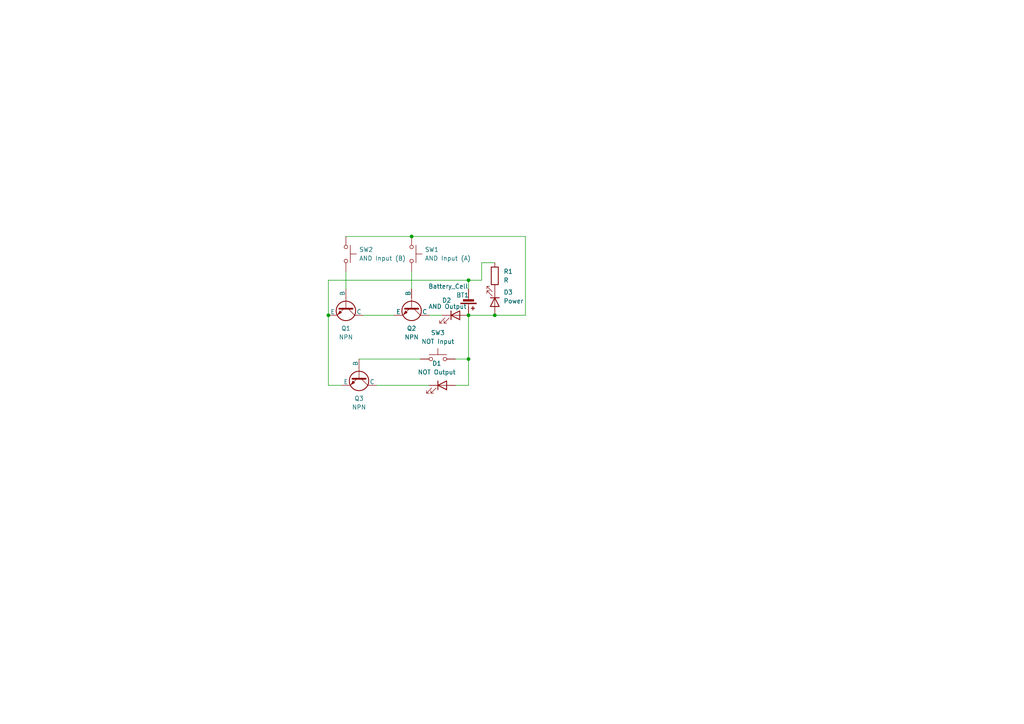
<source format=kicad_sch>
(kicad_sch
	(version 20250114)
	(generator "eeschema")
	(generator_version "9.0")
	(uuid "4c2fb397-67cf-4782-a2b1-8f335d18d8d1")
	(paper "A4")
	(lib_symbols
		(symbol "Device:Battery_Cell"
			(pin_numbers
				(hide yes)
			)
			(pin_names
				(offset 0)
				(hide yes)
			)
			(exclude_from_sim no)
			(in_bom yes)
			(on_board yes)
			(property "Reference" "BT"
				(at 2.54 2.54 0)
				(effects
					(font
						(size 1.27 1.27)
					)
					(justify left)
				)
			)
			(property "Value" "Battery_Cell"
				(at 2.54 0 0)
				(effects
					(font
						(size 1.27 1.27)
					)
					(justify left)
				)
			)
			(property "Footprint" ""
				(at 0 1.524 90)
				(effects
					(font
						(size 1.27 1.27)
					)
					(hide yes)
				)
			)
			(property "Datasheet" "~"
				(at 0 1.524 90)
				(effects
					(font
						(size 1.27 1.27)
					)
					(hide yes)
				)
			)
			(property "Description" "Single-cell battery"
				(at 0 0 0)
				(effects
					(font
						(size 1.27 1.27)
					)
					(hide yes)
				)
			)
			(property "ki_keywords" "battery cell"
				(at 0 0 0)
				(effects
					(font
						(size 1.27 1.27)
					)
					(hide yes)
				)
			)
			(symbol "Battery_Cell_0_1"
				(rectangle
					(start -2.286 1.778)
					(end 2.286 1.524)
					(stroke
						(width 0)
						(type default)
					)
					(fill
						(type outline)
					)
				)
				(rectangle
					(start -1.524 1.016)
					(end 1.524 0.508)
					(stroke
						(width 0)
						(type default)
					)
					(fill
						(type outline)
					)
				)
				(polyline
					(pts
						(xy 0 1.778) (xy 0 2.54)
					)
					(stroke
						(width 0)
						(type default)
					)
					(fill
						(type none)
					)
				)
				(polyline
					(pts
						(xy 0 0.762) (xy 0 0)
					)
					(stroke
						(width 0)
						(type default)
					)
					(fill
						(type none)
					)
				)
				(polyline
					(pts
						(xy 0.762 3.048) (xy 1.778 3.048)
					)
					(stroke
						(width 0.254)
						(type default)
					)
					(fill
						(type none)
					)
				)
				(polyline
					(pts
						(xy 1.27 3.556) (xy 1.27 2.54)
					)
					(stroke
						(width 0.254)
						(type default)
					)
					(fill
						(type none)
					)
				)
			)
			(symbol "Battery_Cell_1_1"
				(pin passive line
					(at 0 5.08 270)
					(length 2.54)
					(name "+"
						(effects
							(font
								(size 1.27 1.27)
							)
						)
					)
					(number "1"
						(effects
							(font
								(size 1.27 1.27)
							)
						)
					)
				)
				(pin passive line
					(at 0 -2.54 90)
					(length 2.54)
					(name "-"
						(effects
							(font
								(size 1.27 1.27)
							)
						)
					)
					(number "2"
						(effects
							(font
								(size 1.27 1.27)
							)
						)
					)
				)
			)
			(embedded_fonts no)
		)
		(symbol "Device:LED"
			(pin_numbers
				(hide yes)
			)
			(pin_names
				(offset 1.016)
				(hide yes)
			)
			(exclude_from_sim no)
			(in_bom yes)
			(on_board yes)
			(property "Reference" "D"
				(at 0 2.54 0)
				(effects
					(font
						(size 1.27 1.27)
					)
				)
			)
			(property "Value" "LED"
				(at 0 -2.54 0)
				(effects
					(font
						(size 1.27 1.27)
					)
				)
			)
			(property "Footprint" ""
				(at 0 0 0)
				(effects
					(font
						(size 1.27 1.27)
					)
					(hide yes)
				)
			)
			(property "Datasheet" "~"
				(at 0 0 0)
				(effects
					(font
						(size 1.27 1.27)
					)
					(hide yes)
				)
			)
			(property "Description" "Light emitting diode"
				(at 0 0 0)
				(effects
					(font
						(size 1.27 1.27)
					)
					(hide yes)
				)
			)
			(property "Sim.Pins" "1=K 2=A"
				(at 0 0 0)
				(effects
					(font
						(size 1.27 1.27)
					)
					(hide yes)
				)
			)
			(property "ki_keywords" "LED diode"
				(at 0 0 0)
				(effects
					(font
						(size 1.27 1.27)
					)
					(hide yes)
				)
			)
			(property "ki_fp_filters" "LED* LED_SMD:* LED_THT:*"
				(at 0 0 0)
				(effects
					(font
						(size 1.27 1.27)
					)
					(hide yes)
				)
			)
			(symbol "LED_0_1"
				(polyline
					(pts
						(xy -3.048 -0.762) (xy -4.572 -2.286) (xy -3.81 -2.286) (xy -4.572 -2.286) (xy -4.572 -1.524)
					)
					(stroke
						(width 0)
						(type default)
					)
					(fill
						(type none)
					)
				)
				(polyline
					(pts
						(xy -1.778 -0.762) (xy -3.302 -2.286) (xy -2.54 -2.286) (xy -3.302 -2.286) (xy -3.302 -1.524)
					)
					(stroke
						(width 0)
						(type default)
					)
					(fill
						(type none)
					)
				)
				(polyline
					(pts
						(xy -1.27 0) (xy 1.27 0)
					)
					(stroke
						(width 0)
						(type default)
					)
					(fill
						(type none)
					)
				)
				(polyline
					(pts
						(xy -1.27 -1.27) (xy -1.27 1.27)
					)
					(stroke
						(width 0.254)
						(type default)
					)
					(fill
						(type none)
					)
				)
				(polyline
					(pts
						(xy 1.27 -1.27) (xy 1.27 1.27) (xy -1.27 0) (xy 1.27 -1.27)
					)
					(stroke
						(width 0.254)
						(type default)
					)
					(fill
						(type none)
					)
				)
			)
			(symbol "LED_1_1"
				(pin passive line
					(at -3.81 0 0)
					(length 2.54)
					(name "K"
						(effects
							(font
								(size 1.27 1.27)
							)
						)
					)
					(number "1"
						(effects
							(font
								(size 1.27 1.27)
							)
						)
					)
				)
				(pin passive line
					(at 3.81 0 180)
					(length 2.54)
					(name "A"
						(effects
							(font
								(size 1.27 1.27)
							)
						)
					)
					(number "2"
						(effects
							(font
								(size 1.27 1.27)
							)
						)
					)
				)
			)
			(embedded_fonts no)
		)
		(symbol "Device:R"
			(pin_numbers
				(hide yes)
			)
			(pin_names
				(offset 0)
			)
			(exclude_from_sim no)
			(in_bom yes)
			(on_board yes)
			(property "Reference" "R"
				(at 2.032 0 90)
				(effects
					(font
						(size 1.27 1.27)
					)
				)
			)
			(property "Value" "R"
				(at 0 0 90)
				(effects
					(font
						(size 1.27 1.27)
					)
				)
			)
			(property "Footprint" ""
				(at -1.778 0 90)
				(effects
					(font
						(size 1.27 1.27)
					)
					(hide yes)
				)
			)
			(property "Datasheet" "~"
				(at 0 0 0)
				(effects
					(font
						(size 1.27 1.27)
					)
					(hide yes)
				)
			)
			(property "Description" "Resistor"
				(at 0 0 0)
				(effects
					(font
						(size 1.27 1.27)
					)
					(hide yes)
				)
			)
			(property "ki_keywords" "R res resistor"
				(at 0 0 0)
				(effects
					(font
						(size 1.27 1.27)
					)
					(hide yes)
				)
			)
			(property "ki_fp_filters" "R_*"
				(at 0 0 0)
				(effects
					(font
						(size 1.27 1.27)
					)
					(hide yes)
				)
			)
			(symbol "R_0_1"
				(rectangle
					(start -1.016 -2.54)
					(end 1.016 2.54)
					(stroke
						(width 0.254)
						(type default)
					)
					(fill
						(type none)
					)
				)
			)
			(symbol "R_1_1"
				(pin passive line
					(at 0 3.81 270)
					(length 1.27)
					(name "~"
						(effects
							(font
								(size 1.27 1.27)
							)
						)
					)
					(number "1"
						(effects
							(font
								(size 1.27 1.27)
							)
						)
					)
				)
				(pin passive line
					(at 0 -3.81 90)
					(length 1.27)
					(name "~"
						(effects
							(font
								(size 1.27 1.27)
							)
						)
					)
					(number "2"
						(effects
							(font
								(size 1.27 1.27)
							)
						)
					)
				)
			)
			(embedded_fonts no)
		)
		(symbol "Simulation_SPICE:NPN"
			(pin_numbers
				(hide yes)
			)
			(pin_names
				(offset 0)
			)
			(exclude_from_sim no)
			(in_bom yes)
			(on_board yes)
			(property "Reference" "Q"
				(at -2.54 7.62 0)
				(effects
					(font
						(size 1.27 1.27)
					)
				)
			)
			(property "Value" "NPN"
				(at -2.54 5.08 0)
				(effects
					(font
						(size 1.27 1.27)
					)
				)
			)
			(property "Footprint" ""
				(at 63.5 0 0)
				(effects
					(font
						(size 1.27 1.27)
					)
					(hide yes)
				)
			)
			(property "Datasheet" "https://ngspice.sourceforge.io/docs/ngspice-html-manual/manual.xhtml#cha_BJTs"
				(at 63.5 0 0)
				(effects
					(font
						(size 1.27 1.27)
					)
					(hide yes)
				)
			)
			(property "Description" "Bipolar transistor symbol for simulation only, substrate tied to the emitter"
				(at 0 0 0)
				(effects
					(font
						(size 1.27 1.27)
					)
					(hide yes)
				)
			)
			(property "Sim.Device" "NPN"
				(at 0 0 0)
				(effects
					(font
						(size 1.27 1.27)
					)
					(hide yes)
				)
			)
			(property "Sim.Type" "GUMMELPOON"
				(at 0 0 0)
				(effects
					(font
						(size 1.27 1.27)
					)
					(hide yes)
				)
			)
			(property "Sim.Pins" "1=C 2=B 3=E"
				(at 0 0 0)
				(effects
					(font
						(size 1.27 1.27)
					)
					(hide yes)
				)
			)
			(property "ki_keywords" "simulation"
				(at 0 0 0)
				(effects
					(font
						(size 1.27 1.27)
					)
					(hide yes)
				)
			)
			(symbol "NPN_0_1"
				(polyline
					(pts
						(xy -2.54 0) (xy 0.635 0)
					)
					(stroke
						(width 0.1524)
						(type default)
					)
					(fill
						(type none)
					)
				)
				(polyline
					(pts
						(xy 0.635 1.905) (xy 0.635 -1.905) (xy 0.635 -1.905)
					)
					(stroke
						(width 0.508)
						(type default)
					)
					(fill
						(type none)
					)
				)
				(polyline
					(pts
						(xy 0.635 0.635) (xy 2.54 2.54)
					)
					(stroke
						(width 0)
						(type default)
					)
					(fill
						(type none)
					)
				)
				(polyline
					(pts
						(xy 0.635 -0.635) (xy 2.54 -2.54) (xy 2.54 -2.54)
					)
					(stroke
						(width 0)
						(type default)
					)
					(fill
						(type none)
					)
				)
				(circle
					(center 1.27 0)
					(radius 2.8194)
					(stroke
						(width 0.254)
						(type default)
					)
					(fill
						(type none)
					)
				)
				(polyline
					(pts
						(xy 1.27 -1.778) (xy 1.778 -1.27) (xy 2.286 -2.286) (xy 1.27 -1.778) (xy 1.27 -1.778)
					)
					(stroke
						(width 0)
						(type default)
					)
					(fill
						(type outline)
					)
				)
				(polyline
					(pts
						(xy 2.794 -1.27) (xy 2.794 -1.27)
					)
					(stroke
						(width 0.1524)
						(type default)
					)
					(fill
						(type none)
					)
				)
				(polyline
					(pts
						(xy 2.794 -1.27) (xy 2.794 -1.27)
					)
					(stroke
						(width 0.1524)
						(type default)
					)
					(fill
						(type none)
					)
				)
			)
			(symbol "NPN_1_1"
				(pin input line
					(at -5.08 0 0)
					(length 2.54)
					(name "B"
						(effects
							(font
								(size 1.27 1.27)
							)
						)
					)
					(number "2"
						(effects
							(font
								(size 1.27 1.27)
							)
						)
					)
				)
				(pin open_collector line
					(at 2.54 5.08 270)
					(length 2.54)
					(name "C"
						(effects
							(font
								(size 1.27 1.27)
							)
						)
					)
					(number "1"
						(effects
							(font
								(size 1.27 1.27)
							)
						)
					)
				)
				(pin open_emitter line
					(at 2.54 -5.08 90)
					(length 2.54)
					(name "E"
						(effects
							(font
								(size 1.27 1.27)
							)
						)
					)
					(number "3"
						(effects
							(font
								(size 1.27 1.27)
							)
						)
					)
				)
			)
			(embedded_fonts no)
		)
		(symbol "Switch:SW_Push"
			(pin_numbers
				(hide yes)
			)
			(pin_names
				(offset 1.016)
				(hide yes)
			)
			(exclude_from_sim no)
			(in_bom yes)
			(on_board yes)
			(property "Reference" "SW"
				(at 1.27 2.54 0)
				(effects
					(font
						(size 1.27 1.27)
					)
					(justify left)
				)
			)
			(property "Value" "SW_Push"
				(at 0 -1.524 0)
				(effects
					(font
						(size 1.27 1.27)
					)
				)
			)
			(property "Footprint" ""
				(at 0 5.08 0)
				(effects
					(font
						(size 1.27 1.27)
					)
					(hide yes)
				)
			)
			(property "Datasheet" "~"
				(at 0 5.08 0)
				(effects
					(font
						(size 1.27 1.27)
					)
					(hide yes)
				)
			)
			(property "Description" "Push button switch, generic, two pins"
				(at 0 0 0)
				(effects
					(font
						(size 1.27 1.27)
					)
					(hide yes)
				)
			)
			(property "ki_keywords" "switch normally-open pushbutton push-button"
				(at 0 0 0)
				(effects
					(font
						(size 1.27 1.27)
					)
					(hide yes)
				)
			)
			(symbol "SW_Push_0_1"
				(circle
					(center -2.032 0)
					(radius 0.508)
					(stroke
						(width 0)
						(type default)
					)
					(fill
						(type none)
					)
				)
				(polyline
					(pts
						(xy 0 1.27) (xy 0 3.048)
					)
					(stroke
						(width 0)
						(type default)
					)
					(fill
						(type none)
					)
				)
				(circle
					(center 2.032 0)
					(radius 0.508)
					(stroke
						(width 0)
						(type default)
					)
					(fill
						(type none)
					)
				)
				(polyline
					(pts
						(xy 2.54 1.27) (xy -2.54 1.27)
					)
					(stroke
						(width 0)
						(type default)
					)
					(fill
						(type none)
					)
				)
				(pin passive line
					(at -5.08 0 0)
					(length 2.54)
					(name "1"
						(effects
							(font
								(size 1.27 1.27)
							)
						)
					)
					(number "1"
						(effects
							(font
								(size 1.27 1.27)
							)
						)
					)
				)
				(pin passive line
					(at 5.08 0 180)
					(length 2.54)
					(name "2"
						(effects
							(font
								(size 1.27 1.27)
							)
						)
					)
					(number "2"
						(effects
							(font
								(size 1.27 1.27)
							)
						)
					)
				)
			)
			(embedded_fonts no)
		)
	)
	(junction
		(at 143.51 91.44)
		(diameter 0)
		(color 0 0 0 0)
		(uuid "57b7c7bc-6575-4ce3-99ad-f90d77082042")
	)
	(junction
		(at 135.89 104.14)
		(diameter 0)
		(color 0 0 0 0)
		(uuid "8298d9de-f250-49d2-a366-1779e4823f5e")
	)
	(junction
		(at 119.38 68.58)
		(diameter 0)
		(color 0 0 0 0)
		(uuid "9f02290a-6149-4bc3-a402-b5cc86f2be9b")
	)
	(junction
		(at 135.89 91.44)
		(diameter 0)
		(color 0 0 0 0)
		(uuid "b1e91b64-7d38-4d9e-80f3-22437a6777ec")
	)
	(junction
		(at 135.89 81.28)
		(diameter 0)
		(color 0 0 0 0)
		(uuid "dac015fd-5b7b-4fd9-ac22-48ff94172ed2")
	)
	(junction
		(at 95.25 91.44)
		(diameter 0)
		(color 0 0 0 0)
		(uuid "f8cb5bef-91d2-43af-b37d-ae474cca3b6a")
	)
	(wire
		(pts
			(xy 135.89 83.82) (xy 135.89 81.28)
		)
		(stroke
			(width 0)
			(type default)
		)
		(uuid "0a815e11-18d1-4d93-afec-f6b6d47040d1")
	)
	(wire
		(pts
			(xy 100.33 68.58) (xy 119.38 68.58)
		)
		(stroke
			(width 0)
			(type default)
		)
		(uuid "1a27738b-2efa-4a1d-a6ba-7ec8bbede707")
	)
	(wire
		(pts
			(xy 135.89 104.14) (xy 132.08 104.14)
		)
		(stroke
			(width 0)
			(type default)
		)
		(uuid "1c51cca2-77b1-4c61-9fda-cd096ffe71a8")
	)
	(wire
		(pts
			(xy 95.25 91.44) (xy 95.25 111.76)
		)
		(stroke
			(width 0)
			(type default)
		)
		(uuid "22bb0b40-4534-4faa-b1f7-2706661ea916")
	)
	(wire
		(pts
			(xy 95.25 81.28) (xy 95.25 91.44)
		)
		(stroke
			(width 0)
			(type default)
		)
		(uuid "2b67c059-a62c-4488-9b1c-e1db65dd1e6c")
	)
	(wire
		(pts
			(xy 152.4 68.58) (xy 152.4 91.44)
		)
		(stroke
			(width 0)
			(type default)
		)
		(uuid "3f9a0f8e-8eb5-45e1-9fdd-21198299f981")
	)
	(wire
		(pts
			(xy 100.33 78.74) (xy 100.33 83.82)
		)
		(stroke
			(width 0)
			(type default)
		)
		(uuid "450a2dcf-d932-4870-8d50-e5e18c6f0840")
	)
	(wire
		(pts
			(xy 119.38 68.58) (xy 152.4 68.58)
		)
		(stroke
			(width 0)
			(type default)
		)
		(uuid "55f472ee-761d-436a-a917-13c8db9b09f6")
	)
	(wire
		(pts
			(xy 124.46 91.44) (xy 128.27 91.44)
		)
		(stroke
			(width 0)
			(type default)
		)
		(uuid "76ed4fba-6335-4a92-8d1f-7ea42fb23c15")
	)
	(wire
		(pts
			(xy 105.41 91.44) (xy 114.3 91.44)
		)
		(stroke
			(width 0)
			(type default)
		)
		(uuid "79a94776-0712-4eb6-99c9-30d79e54f689")
	)
	(wire
		(pts
			(xy 135.89 91.44) (xy 143.51 91.44)
		)
		(stroke
			(width 0)
			(type default)
		)
		(uuid "7c4c02d7-272d-4ba6-a2e3-2c534171898d")
	)
	(wire
		(pts
			(xy 135.89 104.14) (xy 135.89 111.76)
		)
		(stroke
			(width 0)
			(type default)
		)
		(uuid "85a32399-166c-40e5-9574-8c8780d65116")
	)
	(wire
		(pts
			(xy 139.7 76.2) (xy 143.51 76.2)
		)
		(stroke
			(width 0)
			(type default)
		)
		(uuid "8ffe8c4f-eff8-44eb-a3b6-a87d368cd0ff")
	)
	(wire
		(pts
			(xy 135.89 111.76) (xy 132.08 111.76)
		)
		(stroke
			(width 0)
			(type default)
		)
		(uuid "94283563-970d-4b74-817b-20b0adb1b882")
	)
	(wire
		(pts
			(xy 104.14 104.14) (xy 121.92 104.14)
		)
		(stroke
			(width 0)
			(type default)
		)
		(uuid "96f3cdf1-8dfc-4040-b25a-eb17ac3889fd")
	)
	(wire
		(pts
			(xy 143.51 91.44) (xy 152.4 91.44)
		)
		(stroke
			(width 0)
			(type default)
		)
		(uuid "9c410ba2-7f5a-4098-909d-6b7890eff03b")
	)
	(wire
		(pts
			(xy 135.89 81.28) (xy 95.25 81.28)
		)
		(stroke
			(width 0)
			(type default)
		)
		(uuid "a476d20f-2d6d-429d-acdf-7aa54f5ed1c3")
	)
	(wire
		(pts
			(xy 119.38 78.74) (xy 119.38 83.82)
		)
		(stroke
			(width 0)
			(type default)
		)
		(uuid "a574c77d-aa52-45e4-a70e-a7db7166507b")
	)
	(wire
		(pts
			(xy 139.7 81.28) (xy 139.7 76.2)
		)
		(stroke
			(width 0)
			(type default)
		)
		(uuid "c948a45a-8a3f-4c84-8b85-3acedac39b94")
	)
	(wire
		(pts
			(xy 99.06 111.76) (xy 95.25 111.76)
		)
		(stroke
			(width 0)
			(type default)
		)
		(uuid "cbc55998-2940-41b2-a42e-5c2583f2fdca")
	)
	(wire
		(pts
			(xy 135.89 91.44) (xy 135.89 104.14)
		)
		(stroke
			(width 0)
			(type default)
		)
		(uuid "e74ced91-1353-483b-bc10-f1fb5822e9a8")
	)
	(wire
		(pts
			(xy 109.22 111.76) (xy 124.46 111.76)
		)
		(stroke
			(width 0)
			(type default)
		)
		(uuid "eb9531d1-097e-4339-b173-e2cd844fe5e4")
	)
	(wire
		(pts
			(xy 135.89 81.28) (xy 139.7 81.28)
		)
		(stroke
			(width 0)
			(type default)
		)
		(uuid "fbb27609-214b-418e-829e-89aa1e0d622b")
	)
	(symbol
		(lib_id "Device:LED")
		(at 128.27 111.76 0)
		(unit 1)
		(exclude_from_sim no)
		(in_bom yes)
		(on_board yes)
		(dnp no)
		(fields_autoplaced yes)
		(uuid "05f7b21c-f63f-427d-8aed-02bbe9f41605")
		(property "Reference" "D1"
			(at 126.6825 105.41 0)
			(effects
				(font
					(size 1.27 1.27)
				)
			)
		)
		(property "Value" "NOT Output"
			(at 126.6825 107.95 0)
			(effects
				(font
					(size 1.27 1.27)
				)
			)
		)
		(property "Footprint" "LED_THT:LED_D5.0mm"
			(at 128.27 111.76 0)
			(effects
				(font
					(size 1.27 1.27)
				)
				(hide yes)
			)
		)
		(property "Datasheet" "~"
			(at 128.27 111.76 0)
			(effects
				(font
					(size 1.27 1.27)
				)
				(hide yes)
			)
		)
		(property "Description" "Light emitting diode"
			(at 128.27 111.76 0)
			(effects
				(font
					(size 1.27 1.27)
				)
				(hide yes)
			)
		)
		(property "Sim.Pins" "1=K 2=A"
			(at 128.27 111.76 0)
			(effects
				(font
					(size 1.27 1.27)
				)
				(hide yes)
			)
		)
		(pin "1"
			(uuid "ebd90df8-1a2c-447f-a575-9f47efdd547a")
		)
		(pin "2"
			(uuid "0bcf3d20-abf4-493d-8c40-f165a321b9d3")
		)
		(instances
			(project ""
				(path "/4c2fb397-67cf-4782-a2b1-8f335d18d8d1"
					(reference "D1")
					(unit 1)
				)
			)
		)
	)
	(symbol
		(lib_id "Simulation_SPICE:NPN")
		(at 100.33 88.9 270)
		(unit 1)
		(exclude_from_sim no)
		(in_bom yes)
		(on_board yes)
		(dnp no)
		(fields_autoplaced yes)
		(uuid "240827d1-bce2-471f-be1d-6a2afe725591")
		(property "Reference" "Q1"
			(at 100.33 95.25 90)
			(effects
				(font
					(size 1.27 1.27)
				)
			)
		)
		(property "Value" "NPN"
			(at 100.33 97.79 90)
			(effects
				(font
					(size 1.27 1.27)
				)
			)
		)
		(property "Footprint" "Package_TO_SOT_THT:TO-92L_HandSolder"
			(at 100.33 152.4 0)
			(effects
				(font
					(size 1.27 1.27)
				)
				(hide yes)
			)
		)
		(property "Datasheet" "https://ngspice.sourceforge.io/docs/ngspice-html-manual/manual.xhtml#cha_BJTs"
			(at 100.33 152.4 0)
			(effects
				(font
					(size 1.27 1.27)
				)
				(hide yes)
			)
		)
		(property "Description" "Bipolar transistor symbol for simulation only, substrate tied to the emitter"
			(at 100.33 88.9 0)
			(effects
				(font
					(size 1.27 1.27)
				)
				(hide yes)
			)
		)
		(property "Sim.Device" "NPN"
			(at 100.33 88.9 0)
			(effects
				(font
					(size 1.27 1.27)
				)
				(hide yes)
			)
		)
		(property "Sim.Type" "GUMMELPOON"
			(at 100.33 88.9 0)
			(effects
				(font
					(size 1.27 1.27)
				)
				(hide yes)
			)
		)
		(property "Sim.Pins" "1=C 2=B 3=E"
			(at 100.33 88.9 0)
			(effects
				(font
					(size 1.27 1.27)
				)
				(hide yes)
			)
		)
		(pin "2"
			(uuid "90a22376-b69f-46c2-93a8-f583fea5ecb3")
		)
		(pin "3"
			(uuid "7f39990d-fa56-4f8f-a585-4c254b6b3abc")
		)
		(pin "1"
			(uuid "f4384bb9-1a2b-4b46-b082-5db51b07a9c2")
		)
		(instances
			(project ""
				(path "/4c2fb397-67cf-4782-a2b1-8f335d18d8d1"
					(reference "Q1")
					(unit 1)
				)
			)
		)
	)
	(symbol
		(lib_id "Switch:SW_Push")
		(at 119.38 73.66 270)
		(unit 1)
		(exclude_from_sim no)
		(in_bom yes)
		(on_board yes)
		(dnp no)
		(fields_autoplaced yes)
		(uuid "28c9f21c-60d5-47af-a176-819b1b7013ea")
		(property "Reference" "SW1"
			(at 123.19 72.3899 90)
			(effects
				(font
					(size 1.27 1.27)
				)
				(justify left)
			)
		)
		(property "Value" "AND Input (A)"
			(at 123.19 74.9299 90)
			(effects
				(font
					(size 1.27 1.27)
				)
				(justify left)
			)
		)
		(property "Footprint" "Button_Switch_THT:SW_PUSH_6mm"
			(at 124.46 73.66 0)
			(effects
				(font
					(size 1.27 1.27)
				)
				(hide yes)
			)
		)
		(property "Datasheet" "~"
			(at 124.46 73.66 0)
			(effects
				(font
					(size 1.27 1.27)
				)
				(hide yes)
			)
		)
		(property "Description" "Push button switch, generic, two pins"
			(at 119.38 73.66 0)
			(effects
				(font
					(size 1.27 1.27)
				)
				(hide yes)
			)
		)
		(pin "2"
			(uuid "7db0ea09-1fdc-404f-ad32-35634b6ac4b6")
		)
		(pin "1"
			(uuid "87455c5e-dd62-4c8a-bb28-3a59ba6e51cd")
		)
		(instances
			(project ""
				(path "/4c2fb397-67cf-4782-a2b1-8f335d18d8d1"
					(reference "SW1")
					(unit 1)
				)
			)
		)
	)
	(symbol
		(lib_id "Switch:SW_Push")
		(at 100.33 73.66 270)
		(unit 1)
		(exclude_from_sim no)
		(in_bom yes)
		(on_board yes)
		(dnp no)
		(fields_autoplaced yes)
		(uuid "2b320471-03c3-4800-970e-c4165099cb3b")
		(property "Reference" "SW2"
			(at 104.14 72.3899 90)
			(effects
				(font
					(size 1.27 1.27)
				)
				(justify left)
			)
		)
		(property "Value" "AND Input (B)"
			(at 104.14 74.9299 90)
			(effects
				(font
					(size 1.27 1.27)
				)
				(justify left)
			)
		)
		(property "Footprint" "Button_Switch_THT:SW_PUSH_6mm"
			(at 105.41 73.66 0)
			(effects
				(font
					(size 1.27 1.27)
				)
				(hide yes)
			)
		)
		(property "Datasheet" "~"
			(at 105.41 73.66 0)
			(effects
				(font
					(size 1.27 1.27)
				)
				(hide yes)
			)
		)
		(property "Description" "Push button switch, generic, two pins"
			(at 100.33 73.66 0)
			(effects
				(font
					(size 1.27 1.27)
				)
				(hide yes)
			)
		)
		(pin "2"
			(uuid "5fb891d8-aec8-4a41-82cb-009ce41091f1")
		)
		(pin "1"
			(uuid "0d8d9162-9e6b-4fdc-a03a-258ac34d1c49")
		)
		(instances
			(project ""
				(path "/4c2fb397-67cf-4782-a2b1-8f335d18d8d1"
					(reference "SW2")
					(unit 1)
				)
			)
		)
	)
	(symbol
		(lib_id "Device:LED")
		(at 143.51 87.63 270)
		(unit 1)
		(exclude_from_sim no)
		(in_bom yes)
		(on_board yes)
		(dnp no)
		(fields_autoplaced yes)
		(uuid "3fb6e5b8-fb4f-44c6-b38a-1f4d8328ec9e")
		(property "Reference" "D3"
			(at 146.05 84.7724 90)
			(effects
				(font
					(size 1.27 1.27)
				)
				(justify left)
			)
		)
		(property "Value" "Power"
			(at 146.05 87.3124 90)
			(effects
				(font
					(size 1.27 1.27)
				)
				(justify left)
			)
		)
		(property "Footprint" "LED_THT:LED_D5.0mm"
			(at 143.51 87.63 0)
			(effects
				(font
					(size 1.27 1.27)
				)
				(hide yes)
			)
		)
		(property "Datasheet" "~"
			(at 143.51 87.63 0)
			(effects
				(font
					(size 1.27 1.27)
				)
				(hide yes)
			)
		)
		(property "Description" "Light emitting diode"
			(at 143.51 87.63 0)
			(effects
				(font
					(size 1.27 1.27)
				)
				(hide yes)
			)
		)
		(property "Sim.Pins" "1=K 2=A"
			(at 143.51 87.63 0)
			(effects
				(font
					(size 1.27 1.27)
				)
				(hide yes)
			)
		)
		(pin "1"
			(uuid "1a787e81-6dba-403b-a1fd-4f609c98da47")
		)
		(pin "2"
			(uuid "390882e1-000b-496a-b0ca-e7640dbe0f42")
		)
		(instances
			(project ""
				(path "/4c2fb397-67cf-4782-a2b1-8f335d18d8d1"
					(reference "D3")
					(unit 1)
				)
			)
		)
	)
	(symbol
		(lib_id "Device:LED")
		(at 132.08 91.44 0)
		(unit 1)
		(exclude_from_sim no)
		(in_bom yes)
		(on_board yes)
		(dnp no)
		(uuid "52c449f1-0bd3-4f24-bd22-d3fd86bf0c93")
		(property "Reference" "D2"
			(at 129.54 87.122 0)
			(effects
				(font
					(size 1.27 1.27)
				)
			)
		)
		(property "Value" "AND Output"
			(at 129.794 88.9 0)
			(effects
				(font
					(size 1.27 1.27)
				)
			)
		)
		(property "Footprint" "LED_THT:LED_D5.0mm"
			(at 132.08 91.44 0)
			(effects
				(font
					(size 1.27 1.27)
				)
				(hide yes)
			)
		)
		(property "Datasheet" "~"
			(at 132.08 91.44 0)
			(effects
				(font
					(size 1.27 1.27)
				)
				(hide yes)
			)
		)
		(property "Description" "Light emitting diode"
			(at 132.08 91.44 0)
			(effects
				(font
					(size 1.27 1.27)
				)
				(hide yes)
			)
		)
		(property "Sim.Pins" "1=K 2=A"
			(at 132.08 91.44 0)
			(effects
				(font
					(size 1.27 1.27)
				)
				(hide yes)
			)
		)
		(pin "2"
			(uuid "b5742d90-6807-40fb-8b3c-691ed825ae94")
		)
		(pin "1"
			(uuid "81222e88-c10d-4ace-9fda-e1917b216f70")
		)
		(instances
			(project ""
				(path "/4c2fb397-67cf-4782-a2b1-8f335d18d8d1"
					(reference "D2")
					(unit 1)
				)
			)
		)
	)
	(symbol
		(lib_id "Device:Battery_Cell")
		(at 135.89 86.36 0)
		(mirror x)
		(unit 1)
		(exclude_from_sim no)
		(in_bom yes)
		(on_board yes)
		(dnp no)
		(uuid "679b4ed0-c135-4c16-8f1b-1b1ec36ccbca")
		(property "Reference" "BT1"
			(at 132.334 85.598 0)
			(effects
				(font
					(size 1.27 1.27)
				)
				(justify left)
			)
		)
		(property "Value" "Battery_Cell"
			(at 124.206 83.058 0)
			(effects
				(font
					(size 1.27 1.27)
				)
				(justify left)
			)
		)
		(property "Footprint" "Battery:BatteryHolder_Keystone_3034_1x20mm"
			(at 135.89 87.884 90)
			(effects
				(font
					(size 1.27 1.27)
				)
				(hide yes)
			)
		)
		(property "Datasheet" "~"
			(at 135.89 87.884 90)
			(effects
				(font
					(size 1.27 1.27)
				)
				(hide yes)
			)
		)
		(property "Description" "Single-cell battery"
			(at 135.89 86.36 0)
			(effects
				(font
					(size 1.27 1.27)
				)
				(hide yes)
			)
		)
		(pin "1"
			(uuid "7d0d0434-6a92-4168-a8f5-4552498f3e7b")
		)
		(pin "2"
			(uuid "baee716b-f6f9-4553-8023-bd2a57c29745")
		)
		(instances
			(project ""
				(path "/4c2fb397-67cf-4782-a2b1-8f335d18d8d1"
					(reference "BT1")
					(unit 1)
				)
			)
		)
	)
	(symbol
		(lib_id "Switch:SW_Push")
		(at 127 104.14 0)
		(unit 1)
		(exclude_from_sim no)
		(in_bom yes)
		(on_board yes)
		(dnp no)
		(fields_autoplaced yes)
		(uuid "718c4621-8009-4d79-a101-6020b9ded2c1")
		(property "Reference" "SW3"
			(at 127 96.52 0)
			(effects
				(font
					(size 1.27 1.27)
				)
			)
		)
		(property "Value" "NOT Input"
			(at 127 99.06 0)
			(effects
				(font
					(size 1.27 1.27)
				)
			)
		)
		(property "Footprint" "Button_Switch_THT:SW_PUSH_6mm"
			(at 127 99.06 0)
			(effects
				(font
					(size 1.27 1.27)
				)
				(hide yes)
			)
		)
		(property "Datasheet" "~"
			(at 127 99.06 0)
			(effects
				(font
					(size 1.27 1.27)
				)
				(hide yes)
			)
		)
		(property "Description" "Push button switch, generic, two pins"
			(at 127 104.14 0)
			(effects
				(font
					(size 1.27 1.27)
				)
				(hide yes)
			)
		)
		(pin "1"
			(uuid "91c6b8b0-6e11-4e7e-bf9a-2bd9ef3b5030")
		)
		(pin "2"
			(uuid "2ab7a3e5-ab04-414c-89b7-9d5d1ac6b5f3")
		)
		(instances
			(project ""
				(path "/4c2fb397-67cf-4782-a2b1-8f335d18d8d1"
					(reference "SW3")
					(unit 1)
				)
			)
		)
	)
	(symbol
		(lib_id "Simulation_SPICE:NPN")
		(at 104.14 109.22 270)
		(unit 1)
		(exclude_from_sim no)
		(in_bom yes)
		(on_board yes)
		(dnp no)
		(fields_autoplaced yes)
		(uuid "722239b4-f7d0-4838-a6d3-5a80619b4109")
		(property "Reference" "Q3"
			(at 104.14 115.57 90)
			(effects
				(font
					(size 1.27 1.27)
				)
			)
		)
		(property "Value" "NPN"
			(at 104.14 118.11 90)
			(effects
				(font
					(size 1.27 1.27)
				)
			)
		)
		(property "Footprint" "Package_TO_SOT_THT:TO-92L_HandSolder"
			(at 104.14 172.72 0)
			(effects
				(font
					(size 1.27 1.27)
				)
				(hide yes)
			)
		)
		(property "Datasheet" "https://ngspice.sourceforge.io/docs/ngspice-html-manual/manual.xhtml#cha_BJTs"
			(at 104.14 172.72 0)
			(effects
				(font
					(size 1.27 1.27)
				)
				(hide yes)
			)
		)
		(property "Description" "Bipolar transistor symbol for simulation only, substrate tied to the emitter"
			(at 104.14 109.22 0)
			(effects
				(font
					(size 1.27 1.27)
				)
				(hide yes)
			)
		)
		(property "Sim.Device" "NPN"
			(at 104.14 109.22 0)
			(effects
				(font
					(size 1.27 1.27)
				)
				(hide yes)
			)
		)
		(property "Sim.Type" "GUMMELPOON"
			(at 104.14 109.22 0)
			(effects
				(font
					(size 1.27 1.27)
				)
				(hide yes)
			)
		)
		(property "Sim.Pins" "1=C 2=B 3=E"
			(at 104.14 109.22 0)
			(effects
				(font
					(size 1.27 1.27)
				)
				(hide yes)
			)
		)
		(pin "1"
			(uuid "5639daa2-8af3-4ba5-9088-6e489ee1c643")
		)
		(pin "3"
			(uuid "9c9b45cd-eb48-480f-bb14-3db99d482bb7")
		)
		(pin "2"
			(uuid "ec60b015-53f1-465f-b094-7ac740e4bf60")
		)
		(instances
			(project ""
				(path "/4c2fb397-67cf-4782-a2b1-8f335d18d8d1"
					(reference "Q3")
					(unit 1)
				)
			)
		)
	)
	(symbol
		(lib_id "Simulation_SPICE:NPN")
		(at 119.38 88.9 270)
		(unit 1)
		(exclude_from_sim no)
		(in_bom yes)
		(on_board yes)
		(dnp no)
		(uuid "c8a1e083-f0e6-4ca6-90e7-273f7d9c7f1a")
		(property "Reference" "Q2"
			(at 119.38 95.25 90)
			(effects
				(font
					(size 1.27 1.27)
				)
			)
		)
		(property "Value" "NPN"
			(at 119.38 97.79 90)
			(effects
				(font
					(size 1.27 1.27)
				)
			)
		)
		(property "Footprint" "Package_TO_SOT_THT:TO-92L_HandSolder"
			(at 119.38 152.4 0)
			(effects
				(font
					(size 1.27 1.27)
				)
				(hide yes)
			)
		)
		(property "Datasheet" "https://ngspice.sourceforge.io/docs/ngspice-html-manual/manual.xhtml#cha_BJTs"
			(at 119.38 152.4 0)
			(effects
				(font
					(size 1.27 1.27)
				)
				(hide yes)
			)
		)
		(property "Description" "Bipolar transistor symbol for simulation only, substrate tied to the emitter"
			(at 119.38 88.9 0)
			(effects
				(font
					(size 1.27 1.27)
				)
				(hide yes)
			)
		)
		(property "Sim.Device" "NPN"
			(at 119.38 88.9 0)
			(effects
				(font
					(size 1.27 1.27)
				)
				(hide yes)
			)
		)
		(property "Sim.Type" "GUMMELPOON"
			(at 119.38 88.9 0)
			(effects
				(font
					(size 1.27 1.27)
				)
				(hide yes)
			)
		)
		(property "Sim.Pins" "1=C 2=B 3=E"
			(at 119.38 88.9 0)
			(effects
				(font
					(size 1.27 1.27)
				)
				(hide yes)
			)
		)
		(pin "2"
			(uuid "0d959d5a-ec54-449c-9e61-97505d59480b")
		)
		(pin "3"
			(uuid "de070fa5-d2d6-4a44-ae0f-ef1877fc55cb")
		)
		(pin "1"
			(uuid "c18ad3cc-6747-4b6e-8054-ec6be4cf7d3d")
		)
		(instances
			(project ""
				(path "/4c2fb397-67cf-4782-a2b1-8f335d18d8d1"
					(reference "Q2")
					(unit 1)
				)
			)
		)
	)
	(symbol
		(lib_id "Device:R")
		(at 143.51 80.01 0)
		(unit 1)
		(exclude_from_sim no)
		(in_bom yes)
		(on_board yes)
		(dnp no)
		(fields_autoplaced yes)
		(uuid "d2def51d-71a6-4b4a-9ced-76774130f969")
		(property "Reference" "R1"
			(at 146.05 78.7399 0)
			(effects
				(font
					(size 1.27 1.27)
				)
				(justify left)
			)
		)
		(property "Value" "R"
			(at 146.05 81.2799 0)
			(effects
				(font
					(size 1.27 1.27)
				)
				(justify left)
			)
		)
		(property "Footprint" "Resistor_THT:R_Axial_DIN0207_L6.3mm_D2.5mm_P7.62mm_Horizontal"
			(at 141.732 80.01 90)
			(effects
				(font
					(size 1.27 1.27)
				)
				(hide yes)
			)
		)
		(property "Datasheet" "~"
			(at 143.51 80.01 0)
			(effects
				(font
					(size 1.27 1.27)
				)
				(hide yes)
			)
		)
		(property "Description" "Resistor"
			(at 143.51 80.01 0)
			(effects
				(font
					(size 1.27 1.27)
				)
				(hide yes)
			)
		)
		(pin "1"
			(uuid "3f16af9f-d3ac-4350-9ba1-d23994a77f9b")
		)
		(pin "2"
			(uuid "6b5b150a-67ba-4c3d-b60f-d69a2ea99a29")
		)
		(instances
			(project ""
				(path "/4c2fb397-67cf-4782-a2b1-8f335d18d8d1"
					(reference "R1")
					(unit 1)
				)
			)
		)
	)
	(sheet_instances
		(path "/"
			(page "1")
		)
	)
	(embedded_fonts no)
)

</source>
